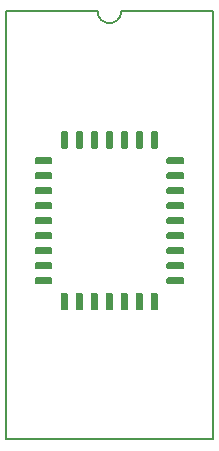
<source format=gbr>
G04 #@! TF.GenerationSoftware,KiCad,Pcbnew,5.0.2+dfsg1-1*
G04 #@! TF.CreationDate,2021-06-16T12:20:31+01:00*
G04 #@! TF.ProjectId,SE PLCC ROM,53452050-4c43-4432-9052-4f4d2e6b6963,rev?*
G04 #@! TF.SameCoordinates,Original*
G04 #@! TF.FileFunction,Paste,Top*
G04 #@! TF.FilePolarity,Positive*
%FSLAX46Y46*%
G04 Gerber Fmt 4.6, Leading zero omitted, Abs format (unit mm)*
G04 Created by KiCad (PCBNEW 5.0.2+dfsg1-1) date Wed 16 Jun 2021 12:20:31 BST*
%MOMM*%
%LPD*%
G01*
G04 APERTURE LIST*
%ADD10C,0.150000*%
%ADD11C,0.100000*%
%ADD12C,0.600000*%
G04 APERTURE END LIST*
D10*
X132400000Y-65450000D02*
G75*
G02X130400000Y-65450000I-1000000J0D01*
G01*
X140150000Y-65450000D02*
X132450000Y-65450000D01*
X122650000Y-65450000D02*
X130350000Y-65450000D01*
X122650000Y-65450000D02*
X122650000Y-101700000D01*
X140150000Y-101700000D02*
X122650000Y-101700000D01*
X140150000Y-65450000D02*
X140150000Y-101700000D01*
D11*
G04 #@! TO.C,U1*
G36*
X131564703Y-75625722D02*
X131579264Y-75627882D01*
X131593543Y-75631459D01*
X131607403Y-75636418D01*
X131620710Y-75642712D01*
X131633336Y-75650280D01*
X131645159Y-75659048D01*
X131656066Y-75668934D01*
X131665952Y-75679841D01*
X131674720Y-75691664D01*
X131682288Y-75704290D01*
X131688582Y-75717597D01*
X131693541Y-75731457D01*
X131697118Y-75745736D01*
X131699278Y-75760297D01*
X131700000Y-75775000D01*
X131700000Y-76950000D01*
X131699278Y-76964703D01*
X131697118Y-76979264D01*
X131693541Y-76993543D01*
X131688582Y-77007403D01*
X131682288Y-77020710D01*
X131674720Y-77033336D01*
X131665952Y-77045159D01*
X131656066Y-77056066D01*
X131645159Y-77065952D01*
X131633336Y-77074720D01*
X131620710Y-77082288D01*
X131607403Y-77088582D01*
X131593543Y-77093541D01*
X131579264Y-77097118D01*
X131564703Y-77099278D01*
X131550000Y-77100000D01*
X131250000Y-77100000D01*
X131235297Y-77099278D01*
X131220736Y-77097118D01*
X131206457Y-77093541D01*
X131192597Y-77088582D01*
X131179290Y-77082288D01*
X131166664Y-77074720D01*
X131154841Y-77065952D01*
X131143934Y-77056066D01*
X131134048Y-77045159D01*
X131125280Y-77033336D01*
X131117712Y-77020710D01*
X131111418Y-77007403D01*
X131106459Y-76993543D01*
X131102882Y-76979264D01*
X131100722Y-76964703D01*
X131100000Y-76950000D01*
X131100000Y-75775000D01*
X131100722Y-75760297D01*
X131102882Y-75745736D01*
X131106459Y-75731457D01*
X131111418Y-75717597D01*
X131117712Y-75704290D01*
X131125280Y-75691664D01*
X131134048Y-75679841D01*
X131143934Y-75668934D01*
X131154841Y-75659048D01*
X131166664Y-75650280D01*
X131179290Y-75642712D01*
X131192597Y-75636418D01*
X131206457Y-75631459D01*
X131220736Y-75627882D01*
X131235297Y-75625722D01*
X131250000Y-75625000D01*
X131550000Y-75625000D01*
X131564703Y-75625722D01*
X131564703Y-75625722D01*
G37*
D12*
X131400000Y-76362500D03*
D11*
G36*
X130294703Y-75625722D02*
X130309264Y-75627882D01*
X130323543Y-75631459D01*
X130337403Y-75636418D01*
X130350710Y-75642712D01*
X130363336Y-75650280D01*
X130375159Y-75659048D01*
X130386066Y-75668934D01*
X130395952Y-75679841D01*
X130404720Y-75691664D01*
X130412288Y-75704290D01*
X130418582Y-75717597D01*
X130423541Y-75731457D01*
X130427118Y-75745736D01*
X130429278Y-75760297D01*
X130430000Y-75775000D01*
X130430000Y-76950000D01*
X130429278Y-76964703D01*
X130427118Y-76979264D01*
X130423541Y-76993543D01*
X130418582Y-77007403D01*
X130412288Y-77020710D01*
X130404720Y-77033336D01*
X130395952Y-77045159D01*
X130386066Y-77056066D01*
X130375159Y-77065952D01*
X130363336Y-77074720D01*
X130350710Y-77082288D01*
X130337403Y-77088582D01*
X130323543Y-77093541D01*
X130309264Y-77097118D01*
X130294703Y-77099278D01*
X130280000Y-77100000D01*
X129980000Y-77100000D01*
X129965297Y-77099278D01*
X129950736Y-77097118D01*
X129936457Y-77093541D01*
X129922597Y-77088582D01*
X129909290Y-77082288D01*
X129896664Y-77074720D01*
X129884841Y-77065952D01*
X129873934Y-77056066D01*
X129864048Y-77045159D01*
X129855280Y-77033336D01*
X129847712Y-77020710D01*
X129841418Y-77007403D01*
X129836459Y-76993543D01*
X129832882Y-76979264D01*
X129830722Y-76964703D01*
X129830000Y-76950000D01*
X129830000Y-75775000D01*
X129830722Y-75760297D01*
X129832882Y-75745736D01*
X129836459Y-75731457D01*
X129841418Y-75717597D01*
X129847712Y-75704290D01*
X129855280Y-75691664D01*
X129864048Y-75679841D01*
X129873934Y-75668934D01*
X129884841Y-75659048D01*
X129896664Y-75650280D01*
X129909290Y-75642712D01*
X129922597Y-75636418D01*
X129936457Y-75631459D01*
X129950736Y-75627882D01*
X129965297Y-75625722D01*
X129980000Y-75625000D01*
X130280000Y-75625000D01*
X130294703Y-75625722D01*
X130294703Y-75625722D01*
G37*
D12*
X130130000Y-76362500D03*
D11*
G36*
X129024703Y-75625722D02*
X129039264Y-75627882D01*
X129053543Y-75631459D01*
X129067403Y-75636418D01*
X129080710Y-75642712D01*
X129093336Y-75650280D01*
X129105159Y-75659048D01*
X129116066Y-75668934D01*
X129125952Y-75679841D01*
X129134720Y-75691664D01*
X129142288Y-75704290D01*
X129148582Y-75717597D01*
X129153541Y-75731457D01*
X129157118Y-75745736D01*
X129159278Y-75760297D01*
X129160000Y-75775000D01*
X129160000Y-76950000D01*
X129159278Y-76964703D01*
X129157118Y-76979264D01*
X129153541Y-76993543D01*
X129148582Y-77007403D01*
X129142288Y-77020710D01*
X129134720Y-77033336D01*
X129125952Y-77045159D01*
X129116066Y-77056066D01*
X129105159Y-77065952D01*
X129093336Y-77074720D01*
X129080710Y-77082288D01*
X129067403Y-77088582D01*
X129053543Y-77093541D01*
X129039264Y-77097118D01*
X129024703Y-77099278D01*
X129010000Y-77100000D01*
X128710000Y-77100000D01*
X128695297Y-77099278D01*
X128680736Y-77097118D01*
X128666457Y-77093541D01*
X128652597Y-77088582D01*
X128639290Y-77082288D01*
X128626664Y-77074720D01*
X128614841Y-77065952D01*
X128603934Y-77056066D01*
X128594048Y-77045159D01*
X128585280Y-77033336D01*
X128577712Y-77020710D01*
X128571418Y-77007403D01*
X128566459Y-76993543D01*
X128562882Y-76979264D01*
X128560722Y-76964703D01*
X128560000Y-76950000D01*
X128560000Y-75775000D01*
X128560722Y-75760297D01*
X128562882Y-75745736D01*
X128566459Y-75731457D01*
X128571418Y-75717597D01*
X128577712Y-75704290D01*
X128585280Y-75691664D01*
X128594048Y-75679841D01*
X128603934Y-75668934D01*
X128614841Y-75659048D01*
X128626664Y-75650280D01*
X128639290Y-75642712D01*
X128652597Y-75636418D01*
X128666457Y-75631459D01*
X128680736Y-75627882D01*
X128695297Y-75625722D01*
X128710000Y-75625000D01*
X129010000Y-75625000D01*
X129024703Y-75625722D01*
X129024703Y-75625722D01*
G37*
D12*
X128860000Y-76362500D03*
D11*
G36*
X127754703Y-75625722D02*
X127769264Y-75627882D01*
X127783543Y-75631459D01*
X127797403Y-75636418D01*
X127810710Y-75642712D01*
X127823336Y-75650280D01*
X127835159Y-75659048D01*
X127846066Y-75668934D01*
X127855952Y-75679841D01*
X127864720Y-75691664D01*
X127872288Y-75704290D01*
X127878582Y-75717597D01*
X127883541Y-75731457D01*
X127887118Y-75745736D01*
X127889278Y-75760297D01*
X127890000Y-75775000D01*
X127890000Y-76950000D01*
X127889278Y-76964703D01*
X127887118Y-76979264D01*
X127883541Y-76993543D01*
X127878582Y-77007403D01*
X127872288Y-77020710D01*
X127864720Y-77033336D01*
X127855952Y-77045159D01*
X127846066Y-77056066D01*
X127835159Y-77065952D01*
X127823336Y-77074720D01*
X127810710Y-77082288D01*
X127797403Y-77088582D01*
X127783543Y-77093541D01*
X127769264Y-77097118D01*
X127754703Y-77099278D01*
X127740000Y-77100000D01*
X127440000Y-77100000D01*
X127425297Y-77099278D01*
X127410736Y-77097118D01*
X127396457Y-77093541D01*
X127382597Y-77088582D01*
X127369290Y-77082288D01*
X127356664Y-77074720D01*
X127344841Y-77065952D01*
X127333934Y-77056066D01*
X127324048Y-77045159D01*
X127315280Y-77033336D01*
X127307712Y-77020710D01*
X127301418Y-77007403D01*
X127296459Y-76993543D01*
X127292882Y-76979264D01*
X127290722Y-76964703D01*
X127290000Y-76950000D01*
X127290000Y-75775000D01*
X127290722Y-75760297D01*
X127292882Y-75745736D01*
X127296459Y-75731457D01*
X127301418Y-75717597D01*
X127307712Y-75704290D01*
X127315280Y-75691664D01*
X127324048Y-75679841D01*
X127333934Y-75668934D01*
X127344841Y-75659048D01*
X127356664Y-75650280D01*
X127369290Y-75642712D01*
X127382597Y-75636418D01*
X127396457Y-75631459D01*
X127410736Y-75627882D01*
X127425297Y-75625722D01*
X127440000Y-75625000D01*
X127740000Y-75625000D01*
X127754703Y-75625722D01*
X127754703Y-75625722D01*
G37*
D12*
X127590000Y-76362500D03*
D11*
G36*
X126439703Y-77820722D02*
X126454264Y-77822882D01*
X126468543Y-77826459D01*
X126482403Y-77831418D01*
X126495710Y-77837712D01*
X126508336Y-77845280D01*
X126520159Y-77854048D01*
X126531066Y-77863934D01*
X126540952Y-77874841D01*
X126549720Y-77886664D01*
X126557288Y-77899290D01*
X126563582Y-77912597D01*
X126568541Y-77926457D01*
X126572118Y-77940736D01*
X126574278Y-77955297D01*
X126575000Y-77970000D01*
X126575000Y-78270000D01*
X126574278Y-78284703D01*
X126572118Y-78299264D01*
X126568541Y-78313543D01*
X126563582Y-78327403D01*
X126557288Y-78340710D01*
X126549720Y-78353336D01*
X126540952Y-78365159D01*
X126531066Y-78376066D01*
X126520159Y-78385952D01*
X126508336Y-78394720D01*
X126495710Y-78402288D01*
X126482403Y-78408582D01*
X126468543Y-78413541D01*
X126454264Y-78417118D01*
X126439703Y-78419278D01*
X126425000Y-78420000D01*
X125250000Y-78420000D01*
X125235297Y-78419278D01*
X125220736Y-78417118D01*
X125206457Y-78413541D01*
X125192597Y-78408582D01*
X125179290Y-78402288D01*
X125166664Y-78394720D01*
X125154841Y-78385952D01*
X125143934Y-78376066D01*
X125134048Y-78365159D01*
X125125280Y-78353336D01*
X125117712Y-78340710D01*
X125111418Y-78327403D01*
X125106459Y-78313543D01*
X125102882Y-78299264D01*
X125100722Y-78284703D01*
X125100000Y-78270000D01*
X125100000Y-77970000D01*
X125100722Y-77955297D01*
X125102882Y-77940736D01*
X125106459Y-77926457D01*
X125111418Y-77912597D01*
X125117712Y-77899290D01*
X125125280Y-77886664D01*
X125134048Y-77874841D01*
X125143934Y-77863934D01*
X125154841Y-77854048D01*
X125166664Y-77845280D01*
X125179290Y-77837712D01*
X125192597Y-77831418D01*
X125206457Y-77826459D01*
X125220736Y-77822882D01*
X125235297Y-77820722D01*
X125250000Y-77820000D01*
X126425000Y-77820000D01*
X126439703Y-77820722D01*
X126439703Y-77820722D01*
G37*
D12*
X125837500Y-78120000D03*
D11*
G36*
X126439703Y-79090722D02*
X126454264Y-79092882D01*
X126468543Y-79096459D01*
X126482403Y-79101418D01*
X126495710Y-79107712D01*
X126508336Y-79115280D01*
X126520159Y-79124048D01*
X126531066Y-79133934D01*
X126540952Y-79144841D01*
X126549720Y-79156664D01*
X126557288Y-79169290D01*
X126563582Y-79182597D01*
X126568541Y-79196457D01*
X126572118Y-79210736D01*
X126574278Y-79225297D01*
X126575000Y-79240000D01*
X126575000Y-79540000D01*
X126574278Y-79554703D01*
X126572118Y-79569264D01*
X126568541Y-79583543D01*
X126563582Y-79597403D01*
X126557288Y-79610710D01*
X126549720Y-79623336D01*
X126540952Y-79635159D01*
X126531066Y-79646066D01*
X126520159Y-79655952D01*
X126508336Y-79664720D01*
X126495710Y-79672288D01*
X126482403Y-79678582D01*
X126468543Y-79683541D01*
X126454264Y-79687118D01*
X126439703Y-79689278D01*
X126425000Y-79690000D01*
X125250000Y-79690000D01*
X125235297Y-79689278D01*
X125220736Y-79687118D01*
X125206457Y-79683541D01*
X125192597Y-79678582D01*
X125179290Y-79672288D01*
X125166664Y-79664720D01*
X125154841Y-79655952D01*
X125143934Y-79646066D01*
X125134048Y-79635159D01*
X125125280Y-79623336D01*
X125117712Y-79610710D01*
X125111418Y-79597403D01*
X125106459Y-79583543D01*
X125102882Y-79569264D01*
X125100722Y-79554703D01*
X125100000Y-79540000D01*
X125100000Y-79240000D01*
X125100722Y-79225297D01*
X125102882Y-79210736D01*
X125106459Y-79196457D01*
X125111418Y-79182597D01*
X125117712Y-79169290D01*
X125125280Y-79156664D01*
X125134048Y-79144841D01*
X125143934Y-79133934D01*
X125154841Y-79124048D01*
X125166664Y-79115280D01*
X125179290Y-79107712D01*
X125192597Y-79101418D01*
X125206457Y-79096459D01*
X125220736Y-79092882D01*
X125235297Y-79090722D01*
X125250000Y-79090000D01*
X126425000Y-79090000D01*
X126439703Y-79090722D01*
X126439703Y-79090722D01*
G37*
D12*
X125837500Y-79390000D03*
D11*
G36*
X126439703Y-80360722D02*
X126454264Y-80362882D01*
X126468543Y-80366459D01*
X126482403Y-80371418D01*
X126495710Y-80377712D01*
X126508336Y-80385280D01*
X126520159Y-80394048D01*
X126531066Y-80403934D01*
X126540952Y-80414841D01*
X126549720Y-80426664D01*
X126557288Y-80439290D01*
X126563582Y-80452597D01*
X126568541Y-80466457D01*
X126572118Y-80480736D01*
X126574278Y-80495297D01*
X126575000Y-80510000D01*
X126575000Y-80810000D01*
X126574278Y-80824703D01*
X126572118Y-80839264D01*
X126568541Y-80853543D01*
X126563582Y-80867403D01*
X126557288Y-80880710D01*
X126549720Y-80893336D01*
X126540952Y-80905159D01*
X126531066Y-80916066D01*
X126520159Y-80925952D01*
X126508336Y-80934720D01*
X126495710Y-80942288D01*
X126482403Y-80948582D01*
X126468543Y-80953541D01*
X126454264Y-80957118D01*
X126439703Y-80959278D01*
X126425000Y-80960000D01*
X125250000Y-80960000D01*
X125235297Y-80959278D01*
X125220736Y-80957118D01*
X125206457Y-80953541D01*
X125192597Y-80948582D01*
X125179290Y-80942288D01*
X125166664Y-80934720D01*
X125154841Y-80925952D01*
X125143934Y-80916066D01*
X125134048Y-80905159D01*
X125125280Y-80893336D01*
X125117712Y-80880710D01*
X125111418Y-80867403D01*
X125106459Y-80853543D01*
X125102882Y-80839264D01*
X125100722Y-80824703D01*
X125100000Y-80810000D01*
X125100000Y-80510000D01*
X125100722Y-80495297D01*
X125102882Y-80480736D01*
X125106459Y-80466457D01*
X125111418Y-80452597D01*
X125117712Y-80439290D01*
X125125280Y-80426664D01*
X125134048Y-80414841D01*
X125143934Y-80403934D01*
X125154841Y-80394048D01*
X125166664Y-80385280D01*
X125179290Y-80377712D01*
X125192597Y-80371418D01*
X125206457Y-80366459D01*
X125220736Y-80362882D01*
X125235297Y-80360722D01*
X125250000Y-80360000D01*
X126425000Y-80360000D01*
X126439703Y-80360722D01*
X126439703Y-80360722D01*
G37*
D12*
X125837500Y-80660000D03*
D11*
G36*
X126439703Y-81630722D02*
X126454264Y-81632882D01*
X126468543Y-81636459D01*
X126482403Y-81641418D01*
X126495710Y-81647712D01*
X126508336Y-81655280D01*
X126520159Y-81664048D01*
X126531066Y-81673934D01*
X126540952Y-81684841D01*
X126549720Y-81696664D01*
X126557288Y-81709290D01*
X126563582Y-81722597D01*
X126568541Y-81736457D01*
X126572118Y-81750736D01*
X126574278Y-81765297D01*
X126575000Y-81780000D01*
X126575000Y-82080000D01*
X126574278Y-82094703D01*
X126572118Y-82109264D01*
X126568541Y-82123543D01*
X126563582Y-82137403D01*
X126557288Y-82150710D01*
X126549720Y-82163336D01*
X126540952Y-82175159D01*
X126531066Y-82186066D01*
X126520159Y-82195952D01*
X126508336Y-82204720D01*
X126495710Y-82212288D01*
X126482403Y-82218582D01*
X126468543Y-82223541D01*
X126454264Y-82227118D01*
X126439703Y-82229278D01*
X126425000Y-82230000D01*
X125250000Y-82230000D01*
X125235297Y-82229278D01*
X125220736Y-82227118D01*
X125206457Y-82223541D01*
X125192597Y-82218582D01*
X125179290Y-82212288D01*
X125166664Y-82204720D01*
X125154841Y-82195952D01*
X125143934Y-82186066D01*
X125134048Y-82175159D01*
X125125280Y-82163336D01*
X125117712Y-82150710D01*
X125111418Y-82137403D01*
X125106459Y-82123543D01*
X125102882Y-82109264D01*
X125100722Y-82094703D01*
X125100000Y-82080000D01*
X125100000Y-81780000D01*
X125100722Y-81765297D01*
X125102882Y-81750736D01*
X125106459Y-81736457D01*
X125111418Y-81722597D01*
X125117712Y-81709290D01*
X125125280Y-81696664D01*
X125134048Y-81684841D01*
X125143934Y-81673934D01*
X125154841Y-81664048D01*
X125166664Y-81655280D01*
X125179290Y-81647712D01*
X125192597Y-81641418D01*
X125206457Y-81636459D01*
X125220736Y-81632882D01*
X125235297Y-81630722D01*
X125250000Y-81630000D01*
X126425000Y-81630000D01*
X126439703Y-81630722D01*
X126439703Y-81630722D01*
G37*
D12*
X125837500Y-81930000D03*
D11*
G36*
X126439703Y-82900722D02*
X126454264Y-82902882D01*
X126468543Y-82906459D01*
X126482403Y-82911418D01*
X126495710Y-82917712D01*
X126508336Y-82925280D01*
X126520159Y-82934048D01*
X126531066Y-82943934D01*
X126540952Y-82954841D01*
X126549720Y-82966664D01*
X126557288Y-82979290D01*
X126563582Y-82992597D01*
X126568541Y-83006457D01*
X126572118Y-83020736D01*
X126574278Y-83035297D01*
X126575000Y-83050000D01*
X126575000Y-83350000D01*
X126574278Y-83364703D01*
X126572118Y-83379264D01*
X126568541Y-83393543D01*
X126563582Y-83407403D01*
X126557288Y-83420710D01*
X126549720Y-83433336D01*
X126540952Y-83445159D01*
X126531066Y-83456066D01*
X126520159Y-83465952D01*
X126508336Y-83474720D01*
X126495710Y-83482288D01*
X126482403Y-83488582D01*
X126468543Y-83493541D01*
X126454264Y-83497118D01*
X126439703Y-83499278D01*
X126425000Y-83500000D01*
X125250000Y-83500000D01*
X125235297Y-83499278D01*
X125220736Y-83497118D01*
X125206457Y-83493541D01*
X125192597Y-83488582D01*
X125179290Y-83482288D01*
X125166664Y-83474720D01*
X125154841Y-83465952D01*
X125143934Y-83456066D01*
X125134048Y-83445159D01*
X125125280Y-83433336D01*
X125117712Y-83420710D01*
X125111418Y-83407403D01*
X125106459Y-83393543D01*
X125102882Y-83379264D01*
X125100722Y-83364703D01*
X125100000Y-83350000D01*
X125100000Y-83050000D01*
X125100722Y-83035297D01*
X125102882Y-83020736D01*
X125106459Y-83006457D01*
X125111418Y-82992597D01*
X125117712Y-82979290D01*
X125125280Y-82966664D01*
X125134048Y-82954841D01*
X125143934Y-82943934D01*
X125154841Y-82934048D01*
X125166664Y-82925280D01*
X125179290Y-82917712D01*
X125192597Y-82911418D01*
X125206457Y-82906459D01*
X125220736Y-82902882D01*
X125235297Y-82900722D01*
X125250000Y-82900000D01*
X126425000Y-82900000D01*
X126439703Y-82900722D01*
X126439703Y-82900722D01*
G37*
D12*
X125837500Y-83200000D03*
D11*
G36*
X126439703Y-84170722D02*
X126454264Y-84172882D01*
X126468543Y-84176459D01*
X126482403Y-84181418D01*
X126495710Y-84187712D01*
X126508336Y-84195280D01*
X126520159Y-84204048D01*
X126531066Y-84213934D01*
X126540952Y-84224841D01*
X126549720Y-84236664D01*
X126557288Y-84249290D01*
X126563582Y-84262597D01*
X126568541Y-84276457D01*
X126572118Y-84290736D01*
X126574278Y-84305297D01*
X126575000Y-84320000D01*
X126575000Y-84620000D01*
X126574278Y-84634703D01*
X126572118Y-84649264D01*
X126568541Y-84663543D01*
X126563582Y-84677403D01*
X126557288Y-84690710D01*
X126549720Y-84703336D01*
X126540952Y-84715159D01*
X126531066Y-84726066D01*
X126520159Y-84735952D01*
X126508336Y-84744720D01*
X126495710Y-84752288D01*
X126482403Y-84758582D01*
X126468543Y-84763541D01*
X126454264Y-84767118D01*
X126439703Y-84769278D01*
X126425000Y-84770000D01*
X125250000Y-84770000D01*
X125235297Y-84769278D01*
X125220736Y-84767118D01*
X125206457Y-84763541D01*
X125192597Y-84758582D01*
X125179290Y-84752288D01*
X125166664Y-84744720D01*
X125154841Y-84735952D01*
X125143934Y-84726066D01*
X125134048Y-84715159D01*
X125125280Y-84703336D01*
X125117712Y-84690710D01*
X125111418Y-84677403D01*
X125106459Y-84663543D01*
X125102882Y-84649264D01*
X125100722Y-84634703D01*
X125100000Y-84620000D01*
X125100000Y-84320000D01*
X125100722Y-84305297D01*
X125102882Y-84290736D01*
X125106459Y-84276457D01*
X125111418Y-84262597D01*
X125117712Y-84249290D01*
X125125280Y-84236664D01*
X125134048Y-84224841D01*
X125143934Y-84213934D01*
X125154841Y-84204048D01*
X125166664Y-84195280D01*
X125179290Y-84187712D01*
X125192597Y-84181418D01*
X125206457Y-84176459D01*
X125220736Y-84172882D01*
X125235297Y-84170722D01*
X125250000Y-84170000D01*
X126425000Y-84170000D01*
X126439703Y-84170722D01*
X126439703Y-84170722D01*
G37*
D12*
X125837500Y-84470000D03*
D11*
G36*
X126439703Y-85440722D02*
X126454264Y-85442882D01*
X126468543Y-85446459D01*
X126482403Y-85451418D01*
X126495710Y-85457712D01*
X126508336Y-85465280D01*
X126520159Y-85474048D01*
X126531066Y-85483934D01*
X126540952Y-85494841D01*
X126549720Y-85506664D01*
X126557288Y-85519290D01*
X126563582Y-85532597D01*
X126568541Y-85546457D01*
X126572118Y-85560736D01*
X126574278Y-85575297D01*
X126575000Y-85590000D01*
X126575000Y-85890000D01*
X126574278Y-85904703D01*
X126572118Y-85919264D01*
X126568541Y-85933543D01*
X126563582Y-85947403D01*
X126557288Y-85960710D01*
X126549720Y-85973336D01*
X126540952Y-85985159D01*
X126531066Y-85996066D01*
X126520159Y-86005952D01*
X126508336Y-86014720D01*
X126495710Y-86022288D01*
X126482403Y-86028582D01*
X126468543Y-86033541D01*
X126454264Y-86037118D01*
X126439703Y-86039278D01*
X126425000Y-86040000D01*
X125250000Y-86040000D01*
X125235297Y-86039278D01*
X125220736Y-86037118D01*
X125206457Y-86033541D01*
X125192597Y-86028582D01*
X125179290Y-86022288D01*
X125166664Y-86014720D01*
X125154841Y-86005952D01*
X125143934Y-85996066D01*
X125134048Y-85985159D01*
X125125280Y-85973336D01*
X125117712Y-85960710D01*
X125111418Y-85947403D01*
X125106459Y-85933543D01*
X125102882Y-85919264D01*
X125100722Y-85904703D01*
X125100000Y-85890000D01*
X125100000Y-85590000D01*
X125100722Y-85575297D01*
X125102882Y-85560736D01*
X125106459Y-85546457D01*
X125111418Y-85532597D01*
X125117712Y-85519290D01*
X125125280Y-85506664D01*
X125134048Y-85494841D01*
X125143934Y-85483934D01*
X125154841Y-85474048D01*
X125166664Y-85465280D01*
X125179290Y-85457712D01*
X125192597Y-85451418D01*
X125206457Y-85446459D01*
X125220736Y-85442882D01*
X125235297Y-85440722D01*
X125250000Y-85440000D01*
X126425000Y-85440000D01*
X126439703Y-85440722D01*
X126439703Y-85440722D01*
G37*
D12*
X125837500Y-85740000D03*
D11*
G36*
X126439703Y-86710722D02*
X126454264Y-86712882D01*
X126468543Y-86716459D01*
X126482403Y-86721418D01*
X126495710Y-86727712D01*
X126508336Y-86735280D01*
X126520159Y-86744048D01*
X126531066Y-86753934D01*
X126540952Y-86764841D01*
X126549720Y-86776664D01*
X126557288Y-86789290D01*
X126563582Y-86802597D01*
X126568541Y-86816457D01*
X126572118Y-86830736D01*
X126574278Y-86845297D01*
X126575000Y-86860000D01*
X126575000Y-87160000D01*
X126574278Y-87174703D01*
X126572118Y-87189264D01*
X126568541Y-87203543D01*
X126563582Y-87217403D01*
X126557288Y-87230710D01*
X126549720Y-87243336D01*
X126540952Y-87255159D01*
X126531066Y-87266066D01*
X126520159Y-87275952D01*
X126508336Y-87284720D01*
X126495710Y-87292288D01*
X126482403Y-87298582D01*
X126468543Y-87303541D01*
X126454264Y-87307118D01*
X126439703Y-87309278D01*
X126425000Y-87310000D01*
X125250000Y-87310000D01*
X125235297Y-87309278D01*
X125220736Y-87307118D01*
X125206457Y-87303541D01*
X125192597Y-87298582D01*
X125179290Y-87292288D01*
X125166664Y-87284720D01*
X125154841Y-87275952D01*
X125143934Y-87266066D01*
X125134048Y-87255159D01*
X125125280Y-87243336D01*
X125117712Y-87230710D01*
X125111418Y-87217403D01*
X125106459Y-87203543D01*
X125102882Y-87189264D01*
X125100722Y-87174703D01*
X125100000Y-87160000D01*
X125100000Y-86860000D01*
X125100722Y-86845297D01*
X125102882Y-86830736D01*
X125106459Y-86816457D01*
X125111418Y-86802597D01*
X125117712Y-86789290D01*
X125125280Y-86776664D01*
X125134048Y-86764841D01*
X125143934Y-86753934D01*
X125154841Y-86744048D01*
X125166664Y-86735280D01*
X125179290Y-86727712D01*
X125192597Y-86721418D01*
X125206457Y-86716459D01*
X125220736Y-86712882D01*
X125235297Y-86710722D01*
X125250000Y-86710000D01*
X126425000Y-86710000D01*
X126439703Y-86710722D01*
X126439703Y-86710722D01*
G37*
D12*
X125837500Y-87010000D03*
D11*
G36*
X126439703Y-87980722D02*
X126454264Y-87982882D01*
X126468543Y-87986459D01*
X126482403Y-87991418D01*
X126495710Y-87997712D01*
X126508336Y-88005280D01*
X126520159Y-88014048D01*
X126531066Y-88023934D01*
X126540952Y-88034841D01*
X126549720Y-88046664D01*
X126557288Y-88059290D01*
X126563582Y-88072597D01*
X126568541Y-88086457D01*
X126572118Y-88100736D01*
X126574278Y-88115297D01*
X126575000Y-88130000D01*
X126575000Y-88430000D01*
X126574278Y-88444703D01*
X126572118Y-88459264D01*
X126568541Y-88473543D01*
X126563582Y-88487403D01*
X126557288Y-88500710D01*
X126549720Y-88513336D01*
X126540952Y-88525159D01*
X126531066Y-88536066D01*
X126520159Y-88545952D01*
X126508336Y-88554720D01*
X126495710Y-88562288D01*
X126482403Y-88568582D01*
X126468543Y-88573541D01*
X126454264Y-88577118D01*
X126439703Y-88579278D01*
X126425000Y-88580000D01*
X125250000Y-88580000D01*
X125235297Y-88579278D01*
X125220736Y-88577118D01*
X125206457Y-88573541D01*
X125192597Y-88568582D01*
X125179290Y-88562288D01*
X125166664Y-88554720D01*
X125154841Y-88545952D01*
X125143934Y-88536066D01*
X125134048Y-88525159D01*
X125125280Y-88513336D01*
X125117712Y-88500710D01*
X125111418Y-88487403D01*
X125106459Y-88473543D01*
X125102882Y-88459264D01*
X125100722Y-88444703D01*
X125100000Y-88430000D01*
X125100000Y-88130000D01*
X125100722Y-88115297D01*
X125102882Y-88100736D01*
X125106459Y-88086457D01*
X125111418Y-88072597D01*
X125117712Y-88059290D01*
X125125280Y-88046664D01*
X125134048Y-88034841D01*
X125143934Y-88023934D01*
X125154841Y-88014048D01*
X125166664Y-88005280D01*
X125179290Y-87997712D01*
X125192597Y-87991418D01*
X125206457Y-87986459D01*
X125220736Y-87982882D01*
X125235297Y-87980722D01*
X125250000Y-87980000D01*
X126425000Y-87980000D01*
X126439703Y-87980722D01*
X126439703Y-87980722D01*
G37*
D12*
X125837500Y-88280000D03*
D11*
G36*
X127754703Y-89300722D02*
X127769264Y-89302882D01*
X127783543Y-89306459D01*
X127797403Y-89311418D01*
X127810710Y-89317712D01*
X127823336Y-89325280D01*
X127835159Y-89334048D01*
X127846066Y-89343934D01*
X127855952Y-89354841D01*
X127864720Y-89366664D01*
X127872288Y-89379290D01*
X127878582Y-89392597D01*
X127883541Y-89406457D01*
X127887118Y-89420736D01*
X127889278Y-89435297D01*
X127890000Y-89450000D01*
X127890000Y-90625000D01*
X127889278Y-90639703D01*
X127887118Y-90654264D01*
X127883541Y-90668543D01*
X127878582Y-90682403D01*
X127872288Y-90695710D01*
X127864720Y-90708336D01*
X127855952Y-90720159D01*
X127846066Y-90731066D01*
X127835159Y-90740952D01*
X127823336Y-90749720D01*
X127810710Y-90757288D01*
X127797403Y-90763582D01*
X127783543Y-90768541D01*
X127769264Y-90772118D01*
X127754703Y-90774278D01*
X127740000Y-90775000D01*
X127440000Y-90775000D01*
X127425297Y-90774278D01*
X127410736Y-90772118D01*
X127396457Y-90768541D01*
X127382597Y-90763582D01*
X127369290Y-90757288D01*
X127356664Y-90749720D01*
X127344841Y-90740952D01*
X127333934Y-90731066D01*
X127324048Y-90720159D01*
X127315280Y-90708336D01*
X127307712Y-90695710D01*
X127301418Y-90682403D01*
X127296459Y-90668543D01*
X127292882Y-90654264D01*
X127290722Y-90639703D01*
X127290000Y-90625000D01*
X127290000Y-89450000D01*
X127290722Y-89435297D01*
X127292882Y-89420736D01*
X127296459Y-89406457D01*
X127301418Y-89392597D01*
X127307712Y-89379290D01*
X127315280Y-89366664D01*
X127324048Y-89354841D01*
X127333934Y-89343934D01*
X127344841Y-89334048D01*
X127356664Y-89325280D01*
X127369290Y-89317712D01*
X127382597Y-89311418D01*
X127396457Y-89306459D01*
X127410736Y-89302882D01*
X127425297Y-89300722D01*
X127440000Y-89300000D01*
X127740000Y-89300000D01*
X127754703Y-89300722D01*
X127754703Y-89300722D01*
G37*
D12*
X127590000Y-90037500D03*
D11*
G36*
X129024703Y-89300722D02*
X129039264Y-89302882D01*
X129053543Y-89306459D01*
X129067403Y-89311418D01*
X129080710Y-89317712D01*
X129093336Y-89325280D01*
X129105159Y-89334048D01*
X129116066Y-89343934D01*
X129125952Y-89354841D01*
X129134720Y-89366664D01*
X129142288Y-89379290D01*
X129148582Y-89392597D01*
X129153541Y-89406457D01*
X129157118Y-89420736D01*
X129159278Y-89435297D01*
X129160000Y-89450000D01*
X129160000Y-90625000D01*
X129159278Y-90639703D01*
X129157118Y-90654264D01*
X129153541Y-90668543D01*
X129148582Y-90682403D01*
X129142288Y-90695710D01*
X129134720Y-90708336D01*
X129125952Y-90720159D01*
X129116066Y-90731066D01*
X129105159Y-90740952D01*
X129093336Y-90749720D01*
X129080710Y-90757288D01*
X129067403Y-90763582D01*
X129053543Y-90768541D01*
X129039264Y-90772118D01*
X129024703Y-90774278D01*
X129010000Y-90775000D01*
X128710000Y-90775000D01*
X128695297Y-90774278D01*
X128680736Y-90772118D01*
X128666457Y-90768541D01*
X128652597Y-90763582D01*
X128639290Y-90757288D01*
X128626664Y-90749720D01*
X128614841Y-90740952D01*
X128603934Y-90731066D01*
X128594048Y-90720159D01*
X128585280Y-90708336D01*
X128577712Y-90695710D01*
X128571418Y-90682403D01*
X128566459Y-90668543D01*
X128562882Y-90654264D01*
X128560722Y-90639703D01*
X128560000Y-90625000D01*
X128560000Y-89450000D01*
X128560722Y-89435297D01*
X128562882Y-89420736D01*
X128566459Y-89406457D01*
X128571418Y-89392597D01*
X128577712Y-89379290D01*
X128585280Y-89366664D01*
X128594048Y-89354841D01*
X128603934Y-89343934D01*
X128614841Y-89334048D01*
X128626664Y-89325280D01*
X128639290Y-89317712D01*
X128652597Y-89311418D01*
X128666457Y-89306459D01*
X128680736Y-89302882D01*
X128695297Y-89300722D01*
X128710000Y-89300000D01*
X129010000Y-89300000D01*
X129024703Y-89300722D01*
X129024703Y-89300722D01*
G37*
D12*
X128860000Y-90037500D03*
D11*
G36*
X130294703Y-89300722D02*
X130309264Y-89302882D01*
X130323543Y-89306459D01*
X130337403Y-89311418D01*
X130350710Y-89317712D01*
X130363336Y-89325280D01*
X130375159Y-89334048D01*
X130386066Y-89343934D01*
X130395952Y-89354841D01*
X130404720Y-89366664D01*
X130412288Y-89379290D01*
X130418582Y-89392597D01*
X130423541Y-89406457D01*
X130427118Y-89420736D01*
X130429278Y-89435297D01*
X130430000Y-89450000D01*
X130430000Y-90625000D01*
X130429278Y-90639703D01*
X130427118Y-90654264D01*
X130423541Y-90668543D01*
X130418582Y-90682403D01*
X130412288Y-90695710D01*
X130404720Y-90708336D01*
X130395952Y-90720159D01*
X130386066Y-90731066D01*
X130375159Y-90740952D01*
X130363336Y-90749720D01*
X130350710Y-90757288D01*
X130337403Y-90763582D01*
X130323543Y-90768541D01*
X130309264Y-90772118D01*
X130294703Y-90774278D01*
X130280000Y-90775000D01*
X129980000Y-90775000D01*
X129965297Y-90774278D01*
X129950736Y-90772118D01*
X129936457Y-90768541D01*
X129922597Y-90763582D01*
X129909290Y-90757288D01*
X129896664Y-90749720D01*
X129884841Y-90740952D01*
X129873934Y-90731066D01*
X129864048Y-90720159D01*
X129855280Y-90708336D01*
X129847712Y-90695710D01*
X129841418Y-90682403D01*
X129836459Y-90668543D01*
X129832882Y-90654264D01*
X129830722Y-90639703D01*
X129830000Y-90625000D01*
X129830000Y-89450000D01*
X129830722Y-89435297D01*
X129832882Y-89420736D01*
X129836459Y-89406457D01*
X129841418Y-89392597D01*
X129847712Y-89379290D01*
X129855280Y-89366664D01*
X129864048Y-89354841D01*
X129873934Y-89343934D01*
X129884841Y-89334048D01*
X129896664Y-89325280D01*
X129909290Y-89317712D01*
X129922597Y-89311418D01*
X129936457Y-89306459D01*
X129950736Y-89302882D01*
X129965297Y-89300722D01*
X129980000Y-89300000D01*
X130280000Y-89300000D01*
X130294703Y-89300722D01*
X130294703Y-89300722D01*
G37*
D12*
X130130000Y-90037500D03*
D11*
G36*
X131564703Y-89300722D02*
X131579264Y-89302882D01*
X131593543Y-89306459D01*
X131607403Y-89311418D01*
X131620710Y-89317712D01*
X131633336Y-89325280D01*
X131645159Y-89334048D01*
X131656066Y-89343934D01*
X131665952Y-89354841D01*
X131674720Y-89366664D01*
X131682288Y-89379290D01*
X131688582Y-89392597D01*
X131693541Y-89406457D01*
X131697118Y-89420736D01*
X131699278Y-89435297D01*
X131700000Y-89450000D01*
X131700000Y-90625000D01*
X131699278Y-90639703D01*
X131697118Y-90654264D01*
X131693541Y-90668543D01*
X131688582Y-90682403D01*
X131682288Y-90695710D01*
X131674720Y-90708336D01*
X131665952Y-90720159D01*
X131656066Y-90731066D01*
X131645159Y-90740952D01*
X131633336Y-90749720D01*
X131620710Y-90757288D01*
X131607403Y-90763582D01*
X131593543Y-90768541D01*
X131579264Y-90772118D01*
X131564703Y-90774278D01*
X131550000Y-90775000D01*
X131250000Y-90775000D01*
X131235297Y-90774278D01*
X131220736Y-90772118D01*
X131206457Y-90768541D01*
X131192597Y-90763582D01*
X131179290Y-90757288D01*
X131166664Y-90749720D01*
X131154841Y-90740952D01*
X131143934Y-90731066D01*
X131134048Y-90720159D01*
X131125280Y-90708336D01*
X131117712Y-90695710D01*
X131111418Y-90682403D01*
X131106459Y-90668543D01*
X131102882Y-90654264D01*
X131100722Y-90639703D01*
X131100000Y-90625000D01*
X131100000Y-89450000D01*
X131100722Y-89435297D01*
X131102882Y-89420736D01*
X131106459Y-89406457D01*
X131111418Y-89392597D01*
X131117712Y-89379290D01*
X131125280Y-89366664D01*
X131134048Y-89354841D01*
X131143934Y-89343934D01*
X131154841Y-89334048D01*
X131166664Y-89325280D01*
X131179290Y-89317712D01*
X131192597Y-89311418D01*
X131206457Y-89306459D01*
X131220736Y-89302882D01*
X131235297Y-89300722D01*
X131250000Y-89300000D01*
X131550000Y-89300000D01*
X131564703Y-89300722D01*
X131564703Y-89300722D01*
G37*
D12*
X131400000Y-90037500D03*
D11*
G36*
X132834703Y-89300722D02*
X132849264Y-89302882D01*
X132863543Y-89306459D01*
X132877403Y-89311418D01*
X132890710Y-89317712D01*
X132903336Y-89325280D01*
X132915159Y-89334048D01*
X132926066Y-89343934D01*
X132935952Y-89354841D01*
X132944720Y-89366664D01*
X132952288Y-89379290D01*
X132958582Y-89392597D01*
X132963541Y-89406457D01*
X132967118Y-89420736D01*
X132969278Y-89435297D01*
X132970000Y-89450000D01*
X132970000Y-90625000D01*
X132969278Y-90639703D01*
X132967118Y-90654264D01*
X132963541Y-90668543D01*
X132958582Y-90682403D01*
X132952288Y-90695710D01*
X132944720Y-90708336D01*
X132935952Y-90720159D01*
X132926066Y-90731066D01*
X132915159Y-90740952D01*
X132903336Y-90749720D01*
X132890710Y-90757288D01*
X132877403Y-90763582D01*
X132863543Y-90768541D01*
X132849264Y-90772118D01*
X132834703Y-90774278D01*
X132820000Y-90775000D01*
X132520000Y-90775000D01*
X132505297Y-90774278D01*
X132490736Y-90772118D01*
X132476457Y-90768541D01*
X132462597Y-90763582D01*
X132449290Y-90757288D01*
X132436664Y-90749720D01*
X132424841Y-90740952D01*
X132413934Y-90731066D01*
X132404048Y-90720159D01*
X132395280Y-90708336D01*
X132387712Y-90695710D01*
X132381418Y-90682403D01*
X132376459Y-90668543D01*
X132372882Y-90654264D01*
X132370722Y-90639703D01*
X132370000Y-90625000D01*
X132370000Y-89450000D01*
X132370722Y-89435297D01*
X132372882Y-89420736D01*
X132376459Y-89406457D01*
X132381418Y-89392597D01*
X132387712Y-89379290D01*
X132395280Y-89366664D01*
X132404048Y-89354841D01*
X132413934Y-89343934D01*
X132424841Y-89334048D01*
X132436664Y-89325280D01*
X132449290Y-89317712D01*
X132462597Y-89311418D01*
X132476457Y-89306459D01*
X132490736Y-89302882D01*
X132505297Y-89300722D01*
X132520000Y-89300000D01*
X132820000Y-89300000D01*
X132834703Y-89300722D01*
X132834703Y-89300722D01*
G37*
D12*
X132670000Y-90037500D03*
D11*
G36*
X134104703Y-89300722D02*
X134119264Y-89302882D01*
X134133543Y-89306459D01*
X134147403Y-89311418D01*
X134160710Y-89317712D01*
X134173336Y-89325280D01*
X134185159Y-89334048D01*
X134196066Y-89343934D01*
X134205952Y-89354841D01*
X134214720Y-89366664D01*
X134222288Y-89379290D01*
X134228582Y-89392597D01*
X134233541Y-89406457D01*
X134237118Y-89420736D01*
X134239278Y-89435297D01*
X134240000Y-89450000D01*
X134240000Y-90625000D01*
X134239278Y-90639703D01*
X134237118Y-90654264D01*
X134233541Y-90668543D01*
X134228582Y-90682403D01*
X134222288Y-90695710D01*
X134214720Y-90708336D01*
X134205952Y-90720159D01*
X134196066Y-90731066D01*
X134185159Y-90740952D01*
X134173336Y-90749720D01*
X134160710Y-90757288D01*
X134147403Y-90763582D01*
X134133543Y-90768541D01*
X134119264Y-90772118D01*
X134104703Y-90774278D01*
X134090000Y-90775000D01*
X133790000Y-90775000D01*
X133775297Y-90774278D01*
X133760736Y-90772118D01*
X133746457Y-90768541D01*
X133732597Y-90763582D01*
X133719290Y-90757288D01*
X133706664Y-90749720D01*
X133694841Y-90740952D01*
X133683934Y-90731066D01*
X133674048Y-90720159D01*
X133665280Y-90708336D01*
X133657712Y-90695710D01*
X133651418Y-90682403D01*
X133646459Y-90668543D01*
X133642882Y-90654264D01*
X133640722Y-90639703D01*
X133640000Y-90625000D01*
X133640000Y-89450000D01*
X133640722Y-89435297D01*
X133642882Y-89420736D01*
X133646459Y-89406457D01*
X133651418Y-89392597D01*
X133657712Y-89379290D01*
X133665280Y-89366664D01*
X133674048Y-89354841D01*
X133683934Y-89343934D01*
X133694841Y-89334048D01*
X133706664Y-89325280D01*
X133719290Y-89317712D01*
X133732597Y-89311418D01*
X133746457Y-89306459D01*
X133760736Y-89302882D01*
X133775297Y-89300722D01*
X133790000Y-89300000D01*
X134090000Y-89300000D01*
X134104703Y-89300722D01*
X134104703Y-89300722D01*
G37*
D12*
X133940000Y-90037500D03*
D11*
G36*
X135374703Y-89300722D02*
X135389264Y-89302882D01*
X135403543Y-89306459D01*
X135417403Y-89311418D01*
X135430710Y-89317712D01*
X135443336Y-89325280D01*
X135455159Y-89334048D01*
X135466066Y-89343934D01*
X135475952Y-89354841D01*
X135484720Y-89366664D01*
X135492288Y-89379290D01*
X135498582Y-89392597D01*
X135503541Y-89406457D01*
X135507118Y-89420736D01*
X135509278Y-89435297D01*
X135510000Y-89450000D01*
X135510000Y-90625000D01*
X135509278Y-90639703D01*
X135507118Y-90654264D01*
X135503541Y-90668543D01*
X135498582Y-90682403D01*
X135492288Y-90695710D01*
X135484720Y-90708336D01*
X135475952Y-90720159D01*
X135466066Y-90731066D01*
X135455159Y-90740952D01*
X135443336Y-90749720D01*
X135430710Y-90757288D01*
X135417403Y-90763582D01*
X135403543Y-90768541D01*
X135389264Y-90772118D01*
X135374703Y-90774278D01*
X135360000Y-90775000D01*
X135060000Y-90775000D01*
X135045297Y-90774278D01*
X135030736Y-90772118D01*
X135016457Y-90768541D01*
X135002597Y-90763582D01*
X134989290Y-90757288D01*
X134976664Y-90749720D01*
X134964841Y-90740952D01*
X134953934Y-90731066D01*
X134944048Y-90720159D01*
X134935280Y-90708336D01*
X134927712Y-90695710D01*
X134921418Y-90682403D01*
X134916459Y-90668543D01*
X134912882Y-90654264D01*
X134910722Y-90639703D01*
X134910000Y-90625000D01*
X134910000Y-89450000D01*
X134910722Y-89435297D01*
X134912882Y-89420736D01*
X134916459Y-89406457D01*
X134921418Y-89392597D01*
X134927712Y-89379290D01*
X134935280Y-89366664D01*
X134944048Y-89354841D01*
X134953934Y-89343934D01*
X134964841Y-89334048D01*
X134976664Y-89325280D01*
X134989290Y-89317712D01*
X135002597Y-89311418D01*
X135016457Y-89306459D01*
X135030736Y-89302882D01*
X135045297Y-89300722D01*
X135060000Y-89300000D01*
X135360000Y-89300000D01*
X135374703Y-89300722D01*
X135374703Y-89300722D01*
G37*
D12*
X135210000Y-90037500D03*
D11*
G36*
X137564703Y-87980722D02*
X137579264Y-87982882D01*
X137593543Y-87986459D01*
X137607403Y-87991418D01*
X137620710Y-87997712D01*
X137633336Y-88005280D01*
X137645159Y-88014048D01*
X137656066Y-88023934D01*
X137665952Y-88034841D01*
X137674720Y-88046664D01*
X137682288Y-88059290D01*
X137688582Y-88072597D01*
X137693541Y-88086457D01*
X137697118Y-88100736D01*
X137699278Y-88115297D01*
X137700000Y-88130000D01*
X137700000Y-88430000D01*
X137699278Y-88444703D01*
X137697118Y-88459264D01*
X137693541Y-88473543D01*
X137688582Y-88487403D01*
X137682288Y-88500710D01*
X137674720Y-88513336D01*
X137665952Y-88525159D01*
X137656066Y-88536066D01*
X137645159Y-88545952D01*
X137633336Y-88554720D01*
X137620710Y-88562288D01*
X137607403Y-88568582D01*
X137593543Y-88573541D01*
X137579264Y-88577118D01*
X137564703Y-88579278D01*
X137550000Y-88580000D01*
X136375000Y-88580000D01*
X136360297Y-88579278D01*
X136345736Y-88577118D01*
X136331457Y-88573541D01*
X136317597Y-88568582D01*
X136304290Y-88562288D01*
X136291664Y-88554720D01*
X136279841Y-88545952D01*
X136268934Y-88536066D01*
X136259048Y-88525159D01*
X136250280Y-88513336D01*
X136242712Y-88500710D01*
X136236418Y-88487403D01*
X136231459Y-88473543D01*
X136227882Y-88459264D01*
X136225722Y-88444703D01*
X136225000Y-88430000D01*
X136225000Y-88130000D01*
X136225722Y-88115297D01*
X136227882Y-88100736D01*
X136231459Y-88086457D01*
X136236418Y-88072597D01*
X136242712Y-88059290D01*
X136250280Y-88046664D01*
X136259048Y-88034841D01*
X136268934Y-88023934D01*
X136279841Y-88014048D01*
X136291664Y-88005280D01*
X136304290Y-87997712D01*
X136317597Y-87991418D01*
X136331457Y-87986459D01*
X136345736Y-87982882D01*
X136360297Y-87980722D01*
X136375000Y-87980000D01*
X137550000Y-87980000D01*
X137564703Y-87980722D01*
X137564703Y-87980722D01*
G37*
D12*
X136962500Y-88280000D03*
D11*
G36*
X137564703Y-86710722D02*
X137579264Y-86712882D01*
X137593543Y-86716459D01*
X137607403Y-86721418D01*
X137620710Y-86727712D01*
X137633336Y-86735280D01*
X137645159Y-86744048D01*
X137656066Y-86753934D01*
X137665952Y-86764841D01*
X137674720Y-86776664D01*
X137682288Y-86789290D01*
X137688582Y-86802597D01*
X137693541Y-86816457D01*
X137697118Y-86830736D01*
X137699278Y-86845297D01*
X137700000Y-86860000D01*
X137700000Y-87160000D01*
X137699278Y-87174703D01*
X137697118Y-87189264D01*
X137693541Y-87203543D01*
X137688582Y-87217403D01*
X137682288Y-87230710D01*
X137674720Y-87243336D01*
X137665952Y-87255159D01*
X137656066Y-87266066D01*
X137645159Y-87275952D01*
X137633336Y-87284720D01*
X137620710Y-87292288D01*
X137607403Y-87298582D01*
X137593543Y-87303541D01*
X137579264Y-87307118D01*
X137564703Y-87309278D01*
X137550000Y-87310000D01*
X136375000Y-87310000D01*
X136360297Y-87309278D01*
X136345736Y-87307118D01*
X136331457Y-87303541D01*
X136317597Y-87298582D01*
X136304290Y-87292288D01*
X136291664Y-87284720D01*
X136279841Y-87275952D01*
X136268934Y-87266066D01*
X136259048Y-87255159D01*
X136250280Y-87243336D01*
X136242712Y-87230710D01*
X136236418Y-87217403D01*
X136231459Y-87203543D01*
X136227882Y-87189264D01*
X136225722Y-87174703D01*
X136225000Y-87160000D01*
X136225000Y-86860000D01*
X136225722Y-86845297D01*
X136227882Y-86830736D01*
X136231459Y-86816457D01*
X136236418Y-86802597D01*
X136242712Y-86789290D01*
X136250280Y-86776664D01*
X136259048Y-86764841D01*
X136268934Y-86753934D01*
X136279841Y-86744048D01*
X136291664Y-86735280D01*
X136304290Y-86727712D01*
X136317597Y-86721418D01*
X136331457Y-86716459D01*
X136345736Y-86712882D01*
X136360297Y-86710722D01*
X136375000Y-86710000D01*
X137550000Y-86710000D01*
X137564703Y-86710722D01*
X137564703Y-86710722D01*
G37*
D12*
X136962500Y-87010000D03*
D11*
G36*
X137564703Y-85440722D02*
X137579264Y-85442882D01*
X137593543Y-85446459D01*
X137607403Y-85451418D01*
X137620710Y-85457712D01*
X137633336Y-85465280D01*
X137645159Y-85474048D01*
X137656066Y-85483934D01*
X137665952Y-85494841D01*
X137674720Y-85506664D01*
X137682288Y-85519290D01*
X137688582Y-85532597D01*
X137693541Y-85546457D01*
X137697118Y-85560736D01*
X137699278Y-85575297D01*
X137700000Y-85590000D01*
X137700000Y-85890000D01*
X137699278Y-85904703D01*
X137697118Y-85919264D01*
X137693541Y-85933543D01*
X137688582Y-85947403D01*
X137682288Y-85960710D01*
X137674720Y-85973336D01*
X137665952Y-85985159D01*
X137656066Y-85996066D01*
X137645159Y-86005952D01*
X137633336Y-86014720D01*
X137620710Y-86022288D01*
X137607403Y-86028582D01*
X137593543Y-86033541D01*
X137579264Y-86037118D01*
X137564703Y-86039278D01*
X137550000Y-86040000D01*
X136375000Y-86040000D01*
X136360297Y-86039278D01*
X136345736Y-86037118D01*
X136331457Y-86033541D01*
X136317597Y-86028582D01*
X136304290Y-86022288D01*
X136291664Y-86014720D01*
X136279841Y-86005952D01*
X136268934Y-85996066D01*
X136259048Y-85985159D01*
X136250280Y-85973336D01*
X136242712Y-85960710D01*
X136236418Y-85947403D01*
X136231459Y-85933543D01*
X136227882Y-85919264D01*
X136225722Y-85904703D01*
X136225000Y-85890000D01*
X136225000Y-85590000D01*
X136225722Y-85575297D01*
X136227882Y-85560736D01*
X136231459Y-85546457D01*
X136236418Y-85532597D01*
X136242712Y-85519290D01*
X136250280Y-85506664D01*
X136259048Y-85494841D01*
X136268934Y-85483934D01*
X136279841Y-85474048D01*
X136291664Y-85465280D01*
X136304290Y-85457712D01*
X136317597Y-85451418D01*
X136331457Y-85446459D01*
X136345736Y-85442882D01*
X136360297Y-85440722D01*
X136375000Y-85440000D01*
X137550000Y-85440000D01*
X137564703Y-85440722D01*
X137564703Y-85440722D01*
G37*
D12*
X136962500Y-85740000D03*
D11*
G36*
X137564703Y-84170722D02*
X137579264Y-84172882D01*
X137593543Y-84176459D01*
X137607403Y-84181418D01*
X137620710Y-84187712D01*
X137633336Y-84195280D01*
X137645159Y-84204048D01*
X137656066Y-84213934D01*
X137665952Y-84224841D01*
X137674720Y-84236664D01*
X137682288Y-84249290D01*
X137688582Y-84262597D01*
X137693541Y-84276457D01*
X137697118Y-84290736D01*
X137699278Y-84305297D01*
X137700000Y-84320000D01*
X137700000Y-84620000D01*
X137699278Y-84634703D01*
X137697118Y-84649264D01*
X137693541Y-84663543D01*
X137688582Y-84677403D01*
X137682288Y-84690710D01*
X137674720Y-84703336D01*
X137665952Y-84715159D01*
X137656066Y-84726066D01*
X137645159Y-84735952D01*
X137633336Y-84744720D01*
X137620710Y-84752288D01*
X137607403Y-84758582D01*
X137593543Y-84763541D01*
X137579264Y-84767118D01*
X137564703Y-84769278D01*
X137550000Y-84770000D01*
X136375000Y-84770000D01*
X136360297Y-84769278D01*
X136345736Y-84767118D01*
X136331457Y-84763541D01*
X136317597Y-84758582D01*
X136304290Y-84752288D01*
X136291664Y-84744720D01*
X136279841Y-84735952D01*
X136268934Y-84726066D01*
X136259048Y-84715159D01*
X136250280Y-84703336D01*
X136242712Y-84690710D01*
X136236418Y-84677403D01*
X136231459Y-84663543D01*
X136227882Y-84649264D01*
X136225722Y-84634703D01*
X136225000Y-84620000D01*
X136225000Y-84320000D01*
X136225722Y-84305297D01*
X136227882Y-84290736D01*
X136231459Y-84276457D01*
X136236418Y-84262597D01*
X136242712Y-84249290D01*
X136250280Y-84236664D01*
X136259048Y-84224841D01*
X136268934Y-84213934D01*
X136279841Y-84204048D01*
X136291664Y-84195280D01*
X136304290Y-84187712D01*
X136317597Y-84181418D01*
X136331457Y-84176459D01*
X136345736Y-84172882D01*
X136360297Y-84170722D01*
X136375000Y-84170000D01*
X137550000Y-84170000D01*
X137564703Y-84170722D01*
X137564703Y-84170722D01*
G37*
D12*
X136962500Y-84470000D03*
D11*
G36*
X137564703Y-82900722D02*
X137579264Y-82902882D01*
X137593543Y-82906459D01*
X137607403Y-82911418D01*
X137620710Y-82917712D01*
X137633336Y-82925280D01*
X137645159Y-82934048D01*
X137656066Y-82943934D01*
X137665952Y-82954841D01*
X137674720Y-82966664D01*
X137682288Y-82979290D01*
X137688582Y-82992597D01*
X137693541Y-83006457D01*
X137697118Y-83020736D01*
X137699278Y-83035297D01*
X137700000Y-83050000D01*
X137700000Y-83350000D01*
X137699278Y-83364703D01*
X137697118Y-83379264D01*
X137693541Y-83393543D01*
X137688582Y-83407403D01*
X137682288Y-83420710D01*
X137674720Y-83433336D01*
X137665952Y-83445159D01*
X137656066Y-83456066D01*
X137645159Y-83465952D01*
X137633336Y-83474720D01*
X137620710Y-83482288D01*
X137607403Y-83488582D01*
X137593543Y-83493541D01*
X137579264Y-83497118D01*
X137564703Y-83499278D01*
X137550000Y-83500000D01*
X136375000Y-83500000D01*
X136360297Y-83499278D01*
X136345736Y-83497118D01*
X136331457Y-83493541D01*
X136317597Y-83488582D01*
X136304290Y-83482288D01*
X136291664Y-83474720D01*
X136279841Y-83465952D01*
X136268934Y-83456066D01*
X136259048Y-83445159D01*
X136250280Y-83433336D01*
X136242712Y-83420710D01*
X136236418Y-83407403D01*
X136231459Y-83393543D01*
X136227882Y-83379264D01*
X136225722Y-83364703D01*
X136225000Y-83350000D01*
X136225000Y-83050000D01*
X136225722Y-83035297D01*
X136227882Y-83020736D01*
X136231459Y-83006457D01*
X136236418Y-82992597D01*
X136242712Y-82979290D01*
X136250280Y-82966664D01*
X136259048Y-82954841D01*
X136268934Y-82943934D01*
X136279841Y-82934048D01*
X136291664Y-82925280D01*
X136304290Y-82917712D01*
X136317597Y-82911418D01*
X136331457Y-82906459D01*
X136345736Y-82902882D01*
X136360297Y-82900722D01*
X136375000Y-82900000D01*
X137550000Y-82900000D01*
X137564703Y-82900722D01*
X137564703Y-82900722D01*
G37*
D12*
X136962500Y-83200000D03*
D11*
G36*
X137564703Y-81630722D02*
X137579264Y-81632882D01*
X137593543Y-81636459D01*
X137607403Y-81641418D01*
X137620710Y-81647712D01*
X137633336Y-81655280D01*
X137645159Y-81664048D01*
X137656066Y-81673934D01*
X137665952Y-81684841D01*
X137674720Y-81696664D01*
X137682288Y-81709290D01*
X137688582Y-81722597D01*
X137693541Y-81736457D01*
X137697118Y-81750736D01*
X137699278Y-81765297D01*
X137700000Y-81780000D01*
X137700000Y-82080000D01*
X137699278Y-82094703D01*
X137697118Y-82109264D01*
X137693541Y-82123543D01*
X137688582Y-82137403D01*
X137682288Y-82150710D01*
X137674720Y-82163336D01*
X137665952Y-82175159D01*
X137656066Y-82186066D01*
X137645159Y-82195952D01*
X137633336Y-82204720D01*
X137620710Y-82212288D01*
X137607403Y-82218582D01*
X137593543Y-82223541D01*
X137579264Y-82227118D01*
X137564703Y-82229278D01*
X137550000Y-82230000D01*
X136375000Y-82230000D01*
X136360297Y-82229278D01*
X136345736Y-82227118D01*
X136331457Y-82223541D01*
X136317597Y-82218582D01*
X136304290Y-82212288D01*
X136291664Y-82204720D01*
X136279841Y-82195952D01*
X136268934Y-82186066D01*
X136259048Y-82175159D01*
X136250280Y-82163336D01*
X136242712Y-82150710D01*
X136236418Y-82137403D01*
X136231459Y-82123543D01*
X136227882Y-82109264D01*
X136225722Y-82094703D01*
X136225000Y-82080000D01*
X136225000Y-81780000D01*
X136225722Y-81765297D01*
X136227882Y-81750736D01*
X136231459Y-81736457D01*
X136236418Y-81722597D01*
X136242712Y-81709290D01*
X136250280Y-81696664D01*
X136259048Y-81684841D01*
X136268934Y-81673934D01*
X136279841Y-81664048D01*
X136291664Y-81655280D01*
X136304290Y-81647712D01*
X136317597Y-81641418D01*
X136331457Y-81636459D01*
X136345736Y-81632882D01*
X136360297Y-81630722D01*
X136375000Y-81630000D01*
X137550000Y-81630000D01*
X137564703Y-81630722D01*
X137564703Y-81630722D01*
G37*
D12*
X136962500Y-81930000D03*
D11*
G36*
X137564703Y-80360722D02*
X137579264Y-80362882D01*
X137593543Y-80366459D01*
X137607403Y-80371418D01*
X137620710Y-80377712D01*
X137633336Y-80385280D01*
X137645159Y-80394048D01*
X137656066Y-80403934D01*
X137665952Y-80414841D01*
X137674720Y-80426664D01*
X137682288Y-80439290D01*
X137688582Y-80452597D01*
X137693541Y-80466457D01*
X137697118Y-80480736D01*
X137699278Y-80495297D01*
X137700000Y-80510000D01*
X137700000Y-80810000D01*
X137699278Y-80824703D01*
X137697118Y-80839264D01*
X137693541Y-80853543D01*
X137688582Y-80867403D01*
X137682288Y-80880710D01*
X137674720Y-80893336D01*
X137665952Y-80905159D01*
X137656066Y-80916066D01*
X137645159Y-80925952D01*
X137633336Y-80934720D01*
X137620710Y-80942288D01*
X137607403Y-80948582D01*
X137593543Y-80953541D01*
X137579264Y-80957118D01*
X137564703Y-80959278D01*
X137550000Y-80960000D01*
X136375000Y-80960000D01*
X136360297Y-80959278D01*
X136345736Y-80957118D01*
X136331457Y-80953541D01*
X136317597Y-80948582D01*
X136304290Y-80942288D01*
X136291664Y-80934720D01*
X136279841Y-80925952D01*
X136268934Y-80916066D01*
X136259048Y-80905159D01*
X136250280Y-80893336D01*
X136242712Y-80880710D01*
X136236418Y-80867403D01*
X136231459Y-80853543D01*
X136227882Y-80839264D01*
X136225722Y-80824703D01*
X136225000Y-80810000D01*
X136225000Y-80510000D01*
X136225722Y-80495297D01*
X136227882Y-80480736D01*
X136231459Y-80466457D01*
X136236418Y-80452597D01*
X136242712Y-80439290D01*
X136250280Y-80426664D01*
X136259048Y-80414841D01*
X136268934Y-80403934D01*
X136279841Y-80394048D01*
X136291664Y-80385280D01*
X136304290Y-80377712D01*
X136317597Y-80371418D01*
X136331457Y-80366459D01*
X136345736Y-80362882D01*
X136360297Y-80360722D01*
X136375000Y-80360000D01*
X137550000Y-80360000D01*
X137564703Y-80360722D01*
X137564703Y-80360722D01*
G37*
D12*
X136962500Y-80660000D03*
D11*
G36*
X137564703Y-79090722D02*
X137579264Y-79092882D01*
X137593543Y-79096459D01*
X137607403Y-79101418D01*
X137620710Y-79107712D01*
X137633336Y-79115280D01*
X137645159Y-79124048D01*
X137656066Y-79133934D01*
X137665952Y-79144841D01*
X137674720Y-79156664D01*
X137682288Y-79169290D01*
X137688582Y-79182597D01*
X137693541Y-79196457D01*
X137697118Y-79210736D01*
X137699278Y-79225297D01*
X137700000Y-79240000D01*
X137700000Y-79540000D01*
X137699278Y-79554703D01*
X137697118Y-79569264D01*
X137693541Y-79583543D01*
X137688582Y-79597403D01*
X137682288Y-79610710D01*
X137674720Y-79623336D01*
X137665952Y-79635159D01*
X137656066Y-79646066D01*
X137645159Y-79655952D01*
X137633336Y-79664720D01*
X137620710Y-79672288D01*
X137607403Y-79678582D01*
X137593543Y-79683541D01*
X137579264Y-79687118D01*
X137564703Y-79689278D01*
X137550000Y-79690000D01*
X136375000Y-79690000D01*
X136360297Y-79689278D01*
X136345736Y-79687118D01*
X136331457Y-79683541D01*
X136317597Y-79678582D01*
X136304290Y-79672288D01*
X136291664Y-79664720D01*
X136279841Y-79655952D01*
X136268934Y-79646066D01*
X136259048Y-79635159D01*
X136250280Y-79623336D01*
X136242712Y-79610710D01*
X136236418Y-79597403D01*
X136231459Y-79583543D01*
X136227882Y-79569264D01*
X136225722Y-79554703D01*
X136225000Y-79540000D01*
X136225000Y-79240000D01*
X136225722Y-79225297D01*
X136227882Y-79210736D01*
X136231459Y-79196457D01*
X136236418Y-79182597D01*
X136242712Y-79169290D01*
X136250280Y-79156664D01*
X136259048Y-79144841D01*
X136268934Y-79133934D01*
X136279841Y-79124048D01*
X136291664Y-79115280D01*
X136304290Y-79107712D01*
X136317597Y-79101418D01*
X136331457Y-79096459D01*
X136345736Y-79092882D01*
X136360297Y-79090722D01*
X136375000Y-79090000D01*
X137550000Y-79090000D01*
X137564703Y-79090722D01*
X137564703Y-79090722D01*
G37*
D12*
X136962500Y-79390000D03*
D11*
G36*
X137564703Y-77820722D02*
X137579264Y-77822882D01*
X137593543Y-77826459D01*
X137607403Y-77831418D01*
X137620710Y-77837712D01*
X137633336Y-77845280D01*
X137645159Y-77854048D01*
X137656066Y-77863934D01*
X137665952Y-77874841D01*
X137674720Y-77886664D01*
X137682288Y-77899290D01*
X137688582Y-77912597D01*
X137693541Y-77926457D01*
X137697118Y-77940736D01*
X137699278Y-77955297D01*
X137700000Y-77970000D01*
X137700000Y-78270000D01*
X137699278Y-78284703D01*
X137697118Y-78299264D01*
X137693541Y-78313543D01*
X137688582Y-78327403D01*
X137682288Y-78340710D01*
X137674720Y-78353336D01*
X137665952Y-78365159D01*
X137656066Y-78376066D01*
X137645159Y-78385952D01*
X137633336Y-78394720D01*
X137620710Y-78402288D01*
X137607403Y-78408582D01*
X137593543Y-78413541D01*
X137579264Y-78417118D01*
X137564703Y-78419278D01*
X137550000Y-78420000D01*
X136375000Y-78420000D01*
X136360297Y-78419278D01*
X136345736Y-78417118D01*
X136331457Y-78413541D01*
X136317597Y-78408582D01*
X136304290Y-78402288D01*
X136291664Y-78394720D01*
X136279841Y-78385952D01*
X136268934Y-78376066D01*
X136259048Y-78365159D01*
X136250280Y-78353336D01*
X136242712Y-78340710D01*
X136236418Y-78327403D01*
X136231459Y-78313543D01*
X136227882Y-78299264D01*
X136225722Y-78284703D01*
X136225000Y-78270000D01*
X136225000Y-77970000D01*
X136225722Y-77955297D01*
X136227882Y-77940736D01*
X136231459Y-77926457D01*
X136236418Y-77912597D01*
X136242712Y-77899290D01*
X136250280Y-77886664D01*
X136259048Y-77874841D01*
X136268934Y-77863934D01*
X136279841Y-77854048D01*
X136291664Y-77845280D01*
X136304290Y-77837712D01*
X136317597Y-77831418D01*
X136331457Y-77826459D01*
X136345736Y-77822882D01*
X136360297Y-77820722D01*
X136375000Y-77820000D01*
X137550000Y-77820000D01*
X137564703Y-77820722D01*
X137564703Y-77820722D01*
G37*
D12*
X136962500Y-78120000D03*
D11*
G36*
X135374703Y-75625722D02*
X135389264Y-75627882D01*
X135403543Y-75631459D01*
X135417403Y-75636418D01*
X135430710Y-75642712D01*
X135443336Y-75650280D01*
X135455159Y-75659048D01*
X135466066Y-75668934D01*
X135475952Y-75679841D01*
X135484720Y-75691664D01*
X135492288Y-75704290D01*
X135498582Y-75717597D01*
X135503541Y-75731457D01*
X135507118Y-75745736D01*
X135509278Y-75760297D01*
X135510000Y-75775000D01*
X135510000Y-76950000D01*
X135509278Y-76964703D01*
X135507118Y-76979264D01*
X135503541Y-76993543D01*
X135498582Y-77007403D01*
X135492288Y-77020710D01*
X135484720Y-77033336D01*
X135475952Y-77045159D01*
X135466066Y-77056066D01*
X135455159Y-77065952D01*
X135443336Y-77074720D01*
X135430710Y-77082288D01*
X135417403Y-77088582D01*
X135403543Y-77093541D01*
X135389264Y-77097118D01*
X135374703Y-77099278D01*
X135360000Y-77100000D01*
X135060000Y-77100000D01*
X135045297Y-77099278D01*
X135030736Y-77097118D01*
X135016457Y-77093541D01*
X135002597Y-77088582D01*
X134989290Y-77082288D01*
X134976664Y-77074720D01*
X134964841Y-77065952D01*
X134953934Y-77056066D01*
X134944048Y-77045159D01*
X134935280Y-77033336D01*
X134927712Y-77020710D01*
X134921418Y-77007403D01*
X134916459Y-76993543D01*
X134912882Y-76979264D01*
X134910722Y-76964703D01*
X134910000Y-76950000D01*
X134910000Y-75775000D01*
X134910722Y-75760297D01*
X134912882Y-75745736D01*
X134916459Y-75731457D01*
X134921418Y-75717597D01*
X134927712Y-75704290D01*
X134935280Y-75691664D01*
X134944048Y-75679841D01*
X134953934Y-75668934D01*
X134964841Y-75659048D01*
X134976664Y-75650280D01*
X134989290Y-75642712D01*
X135002597Y-75636418D01*
X135016457Y-75631459D01*
X135030736Y-75627882D01*
X135045297Y-75625722D01*
X135060000Y-75625000D01*
X135360000Y-75625000D01*
X135374703Y-75625722D01*
X135374703Y-75625722D01*
G37*
D12*
X135210000Y-76362500D03*
D11*
G36*
X134104703Y-75625722D02*
X134119264Y-75627882D01*
X134133543Y-75631459D01*
X134147403Y-75636418D01*
X134160710Y-75642712D01*
X134173336Y-75650280D01*
X134185159Y-75659048D01*
X134196066Y-75668934D01*
X134205952Y-75679841D01*
X134214720Y-75691664D01*
X134222288Y-75704290D01*
X134228582Y-75717597D01*
X134233541Y-75731457D01*
X134237118Y-75745736D01*
X134239278Y-75760297D01*
X134240000Y-75775000D01*
X134240000Y-76950000D01*
X134239278Y-76964703D01*
X134237118Y-76979264D01*
X134233541Y-76993543D01*
X134228582Y-77007403D01*
X134222288Y-77020710D01*
X134214720Y-77033336D01*
X134205952Y-77045159D01*
X134196066Y-77056066D01*
X134185159Y-77065952D01*
X134173336Y-77074720D01*
X134160710Y-77082288D01*
X134147403Y-77088582D01*
X134133543Y-77093541D01*
X134119264Y-77097118D01*
X134104703Y-77099278D01*
X134090000Y-77100000D01*
X133790000Y-77100000D01*
X133775297Y-77099278D01*
X133760736Y-77097118D01*
X133746457Y-77093541D01*
X133732597Y-77088582D01*
X133719290Y-77082288D01*
X133706664Y-77074720D01*
X133694841Y-77065952D01*
X133683934Y-77056066D01*
X133674048Y-77045159D01*
X133665280Y-77033336D01*
X133657712Y-77020710D01*
X133651418Y-77007403D01*
X133646459Y-76993543D01*
X133642882Y-76979264D01*
X133640722Y-76964703D01*
X133640000Y-76950000D01*
X133640000Y-75775000D01*
X133640722Y-75760297D01*
X133642882Y-75745736D01*
X133646459Y-75731457D01*
X133651418Y-75717597D01*
X133657712Y-75704290D01*
X133665280Y-75691664D01*
X133674048Y-75679841D01*
X133683934Y-75668934D01*
X133694841Y-75659048D01*
X133706664Y-75650280D01*
X133719290Y-75642712D01*
X133732597Y-75636418D01*
X133746457Y-75631459D01*
X133760736Y-75627882D01*
X133775297Y-75625722D01*
X133790000Y-75625000D01*
X134090000Y-75625000D01*
X134104703Y-75625722D01*
X134104703Y-75625722D01*
G37*
D12*
X133940000Y-76362500D03*
D11*
G36*
X132834703Y-75625722D02*
X132849264Y-75627882D01*
X132863543Y-75631459D01*
X132877403Y-75636418D01*
X132890710Y-75642712D01*
X132903336Y-75650280D01*
X132915159Y-75659048D01*
X132926066Y-75668934D01*
X132935952Y-75679841D01*
X132944720Y-75691664D01*
X132952288Y-75704290D01*
X132958582Y-75717597D01*
X132963541Y-75731457D01*
X132967118Y-75745736D01*
X132969278Y-75760297D01*
X132970000Y-75775000D01*
X132970000Y-76950000D01*
X132969278Y-76964703D01*
X132967118Y-76979264D01*
X132963541Y-76993543D01*
X132958582Y-77007403D01*
X132952288Y-77020710D01*
X132944720Y-77033336D01*
X132935952Y-77045159D01*
X132926066Y-77056066D01*
X132915159Y-77065952D01*
X132903336Y-77074720D01*
X132890710Y-77082288D01*
X132877403Y-77088582D01*
X132863543Y-77093541D01*
X132849264Y-77097118D01*
X132834703Y-77099278D01*
X132820000Y-77100000D01*
X132520000Y-77100000D01*
X132505297Y-77099278D01*
X132490736Y-77097118D01*
X132476457Y-77093541D01*
X132462597Y-77088582D01*
X132449290Y-77082288D01*
X132436664Y-77074720D01*
X132424841Y-77065952D01*
X132413934Y-77056066D01*
X132404048Y-77045159D01*
X132395280Y-77033336D01*
X132387712Y-77020710D01*
X132381418Y-77007403D01*
X132376459Y-76993543D01*
X132372882Y-76979264D01*
X132370722Y-76964703D01*
X132370000Y-76950000D01*
X132370000Y-75775000D01*
X132370722Y-75760297D01*
X132372882Y-75745736D01*
X132376459Y-75731457D01*
X132381418Y-75717597D01*
X132387712Y-75704290D01*
X132395280Y-75691664D01*
X132404048Y-75679841D01*
X132413934Y-75668934D01*
X132424841Y-75659048D01*
X132436664Y-75650280D01*
X132449290Y-75642712D01*
X132462597Y-75636418D01*
X132476457Y-75631459D01*
X132490736Y-75627882D01*
X132505297Y-75625722D01*
X132520000Y-75625000D01*
X132820000Y-75625000D01*
X132834703Y-75625722D01*
X132834703Y-75625722D01*
G37*
D12*
X132670000Y-76362500D03*
G04 #@! TD*
M02*

</source>
